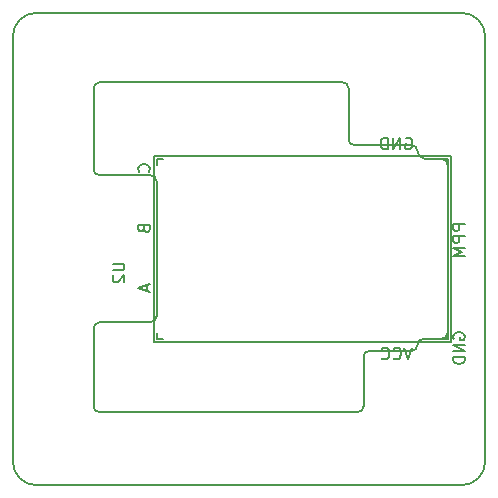
<source format=gbo>
%TF.GenerationSoftware,KiCad,Pcbnew,5.0.2+dfsg1-1*%
%TF.CreationDate,2022-03-26T23:49:25+09:00*%
%TF.ProjectId,pwm-esc-littlebee,70776d2d-6573-4632-9d6c-6974746c6562,rev?*%
%TF.SameCoordinates,Original*%
%TF.FileFunction,Legend,Bot*%
%TF.FilePolarity,Positive*%
%FSLAX46Y46*%
G04 Gerber Fmt 4.6, Leading zero omitted, Abs format (unit mm)*
G04 Created by KiCad (PCBNEW 5.0.2+dfsg1-1) date Sat 26 Mar 2022 11:49:25 PM JST*
%MOMM*%
%LPD*%
G01*
G04 APERTURE LIST*
%ADD10C,0.150000*%
G04 APERTURE END LIST*
D10*
X116840000Y-63246000D02*
X116840000Y-56388000D01*
X121666000Y-63754000D02*
X117348000Y-63754000D01*
X117348000Y-63754000D02*
G75*
G02X116840000Y-63246000I0J508000D01*
G01*
X122174000Y-64262000D02*
X122174000Y-75692000D01*
X116840000Y-76708000D02*
X116840000Y-83312000D01*
X117348000Y-76200000D02*
X121666000Y-76200000D01*
X116840000Y-76708000D02*
G75*
G02X117348000Y-76200000I508000J0D01*
G01*
X122174000Y-75692000D02*
G75*
G02X121666000Y-76200000I-508000J0D01*
G01*
X121666000Y-63754000D02*
G75*
G02X122174000Y-64262000I0J-508000D01*
G01*
X138430000Y-56388000D02*
X138430000Y-60706000D01*
X137922000Y-55880000D02*
G75*
G02X138430000Y-56388000I0J-508000D01*
G01*
X117348000Y-55880000D02*
X137922000Y-55880000D01*
X138938000Y-61214000D02*
X143764000Y-61214000D01*
X138938000Y-61214000D02*
G75*
G02X138430000Y-60706000I0J508000D01*
G01*
X143764000Y-61214000D02*
G75*
G02X144272000Y-61722000I0J-508000D01*
G01*
X139700000Y-79121000D02*
X139700000Y-83312000D01*
X140208000Y-78613000D02*
X143764000Y-78613000D01*
X144272000Y-78105000D02*
G75*
G02X143764000Y-78613000I-508000J0D01*
G01*
X139700000Y-79121000D02*
G75*
G02X140208000Y-78613000I508000J0D01*
G01*
X139700000Y-83312000D02*
G75*
G02X139192000Y-83820000I-508000J0D01*
G01*
X117348000Y-83820000D02*
X139192000Y-83820000D01*
X117348000Y-83820000D02*
G75*
G02X116840000Y-83312000I0J508000D01*
G01*
X116840000Y-56388000D02*
G75*
G02X117348000Y-55880000I508000J0D01*
G01*
X144780000Y-77597000D02*
X146304000Y-77597000D01*
X144907000Y-62357000D02*
X146304000Y-62357000D01*
X144272000Y-78105000D02*
G75*
G02X144780000Y-77597000I508000J0D01*
G01*
X144907000Y-62357000D02*
G75*
G02X144272000Y-61722000I0J635000D01*
G01*
X146812000Y-77089000D02*
X146812000Y-62865000D01*
X146304000Y-62357000D02*
G75*
G02X146812000Y-62865000I0J-508000D01*
G01*
X146812000Y-77089000D02*
G75*
G02X146304000Y-77597000I-508000J0D01*
G01*
X112000000Y-90000000D02*
G75*
G02X110000000Y-88000000I0J2000000D01*
G01*
X150000000Y-88000000D02*
G75*
G02X148000000Y-90000000I-2000000J0D01*
G01*
X148000000Y-50000000D02*
G75*
G02X150000000Y-52000000I0J-2000000D01*
G01*
X110000000Y-52000000D02*
G75*
G02X112000000Y-50000000I2000000J0D01*
G01*
X110000000Y-88000000D02*
X110000000Y-52000000D01*
X148000000Y-90000000D02*
X112000000Y-90000000D01*
X150000000Y-52000000D02*
X150000000Y-88000000D01*
X112000000Y-50000000D02*
X148000000Y-50000000D01*
X146812000Y-77112000D02*
X146812000Y-77620000D01*
X146812000Y-77620000D02*
X146304000Y-77620000D01*
X146812000Y-62888000D02*
X146812000Y-62380000D01*
X146812000Y-62380000D02*
X146304000Y-62380000D01*
X122174000Y-77112000D02*
X122174000Y-77620000D01*
X122174000Y-77620000D02*
X122682000Y-77620000D01*
X122174000Y-62888000D02*
X122174000Y-62380000D01*
X122174000Y-62380000D02*
X122682000Y-62380000D01*
X147066000Y-77874000D02*
X121920000Y-77874000D01*
X147066000Y-62126000D02*
X121920000Y-62126000D01*
X121920000Y-77874000D02*
X121920000Y-62126000D01*
X147066000Y-77874000D02*
X147066000Y-62126000D01*
X118452380Y-71238095D02*
X119261904Y-71238095D01*
X119357142Y-71285714D01*
X119404761Y-71333333D01*
X119452380Y-71428571D01*
X119452380Y-71619047D01*
X119404761Y-71714285D01*
X119357142Y-71761904D01*
X119261904Y-71809523D01*
X118452380Y-71809523D01*
X118547619Y-72238095D02*
X118500000Y-72285714D01*
X118452380Y-72380952D01*
X118452380Y-72619047D01*
X118500000Y-72714285D01*
X118547619Y-72761904D01*
X118642857Y-72809523D01*
X118738095Y-72809523D01*
X118880952Y-72761904D01*
X119452380Y-72190476D01*
X119452380Y-72809523D01*
X121324666Y-73063904D02*
X121324666Y-73540095D01*
X121610380Y-72968666D02*
X120610380Y-73302000D01*
X121610380Y-73635333D01*
X121086571Y-68293428D02*
X121134190Y-68436285D01*
X121181809Y-68483904D01*
X121277047Y-68531523D01*
X121419904Y-68531523D01*
X121515142Y-68483904D01*
X121562761Y-68436285D01*
X121610380Y-68341047D01*
X121610380Y-67960095D01*
X120610380Y-67960095D01*
X120610380Y-68293428D01*
X120658000Y-68388666D01*
X120705619Y-68436285D01*
X120800857Y-68483904D01*
X120896095Y-68483904D01*
X120991333Y-68436285D01*
X121038952Y-68388666D01*
X121086571Y-68293428D01*
X121086571Y-67960095D01*
X121515142Y-63451523D02*
X121562761Y-63403904D01*
X121610380Y-63261047D01*
X121610380Y-63165809D01*
X121562761Y-63022952D01*
X121467523Y-62927714D01*
X121372285Y-62880095D01*
X121181809Y-62832476D01*
X121038952Y-62832476D01*
X120848476Y-62880095D01*
X120753238Y-62927714D01*
X120658000Y-63022952D01*
X120610380Y-63165809D01*
X120610380Y-63261047D01*
X120658000Y-63403904D01*
X120705619Y-63451523D01*
X143827333Y-78342380D02*
X143494000Y-79342380D01*
X143160666Y-78342380D01*
X142255904Y-79247142D02*
X142303523Y-79294761D01*
X142446380Y-79342380D01*
X142541619Y-79342380D01*
X142684476Y-79294761D01*
X142779714Y-79199523D01*
X142827333Y-79104285D01*
X142874952Y-78913809D01*
X142874952Y-78770952D01*
X142827333Y-78580476D01*
X142779714Y-78485238D01*
X142684476Y-78390000D01*
X142541619Y-78342380D01*
X142446380Y-78342380D01*
X142303523Y-78390000D01*
X142255904Y-78437619D01*
X141255904Y-79247142D02*
X141303523Y-79294761D01*
X141446380Y-79342380D01*
X141541619Y-79342380D01*
X141684476Y-79294761D01*
X141779714Y-79199523D01*
X141827333Y-79104285D01*
X141874952Y-78913809D01*
X141874952Y-78770952D01*
X141827333Y-78580476D01*
X141779714Y-78485238D01*
X141684476Y-78390000D01*
X141541619Y-78342380D01*
X141446380Y-78342380D01*
X141303523Y-78390000D01*
X141255904Y-78437619D01*
X143255904Y-60610000D02*
X143351142Y-60562380D01*
X143494000Y-60562380D01*
X143636857Y-60610000D01*
X143732095Y-60705238D01*
X143779714Y-60800476D01*
X143827333Y-60990952D01*
X143827333Y-61133809D01*
X143779714Y-61324285D01*
X143732095Y-61419523D01*
X143636857Y-61514761D01*
X143494000Y-61562380D01*
X143398761Y-61562380D01*
X143255904Y-61514761D01*
X143208285Y-61467142D01*
X143208285Y-61133809D01*
X143398761Y-61133809D01*
X142779714Y-61562380D02*
X142779714Y-60562380D01*
X142208285Y-61562380D01*
X142208285Y-60562380D01*
X141732095Y-61562380D02*
X141732095Y-60562380D01*
X141494000Y-60562380D01*
X141351142Y-60610000D01*
X141255904Y-60705238D01*
X141208285Y-60800476D01*
X141160666Y-60990952D01*
X141160666Y-61133809D01*
X141208285Y-61324285D01*
X141255904Y-61419523D01*
X141351142Y-61514761D01*
X141494000Y-61562380D01*
X141732095Y-61562380D01*
X148280380Y-67904666D02*
X147280380Y-67904666D01*
X147280380Y-68285619D01*
X147328000Y-68380857D01*
X147375619Y-68428476D01*
X147470857Y-68476095D01*
X147613714Y-68476095D01*
X147708952Y-68428476D01*
X147756571Y-68380857D01*
X147804190Y-68285619D01*
X147804190Y-67904666D01*
X148280380Y-68904666D02*
X147280380Y-68904666D01*
X147280380Y-69285619D01*
X147328000Y-69380857D01*
X147375619Y-69428476D01*
X147470857Y-69476095D01*
X147613714Y-69476095D01*
X147708952Y-69428476D01*
X147756571Y-69380857D01*
X147804190Y-69285619D01*
X147804190Y-68904666D01*
X148280380Y-69904666D02*
X147280380Y-69904666D01*
X147994666Y-70238000D01*
X147280380Y-70571333D01*
X148280380Y-70571333D01*
X147328000Y-77620095D02*
X147280380Y-77524857D01*
X147280380Y-77382000D01*
X147328000Y-77239142D01*
X147423238Y-77143904D01*
X147518476Y-77096285D01*
X147708952Y-77048666D01*
X147851809Y-77048666D01*
X148042285Y-77096285D01*
X148137523Y-77143904D01*
X148232761Y-77239142D01*
X148280380Y-77382000D01*
X148280380Y-77477238D01*
X148232761Y-77620095D01*
X148185142Y-77667714D01*
X147851809Y-77667714D01*
X147851809Y-77477238D01*
X148280380Y-78096285D02*
X147280380Y-78096285D01*
X148280380Y-78667714D01*
X147280380Y-78667714D01*
X148280380Y-79143904D02*
X147280380Y-79143904D01*
X147280380Y-79382000D01*
X147328000Y-79524857D01*
X147423238Y-79620095D01*
X147518476Y-79667714D01*
X147708952Y-79715333D01*
X147851809Y-79715333D01*
X148042285Y-79667714D01*
X148137523Y-79620095D01*
X148232761Y-79524857D01*
X148280380Y-79382000D01*
X148280380Y-79143904D01*
M02*

</source>
